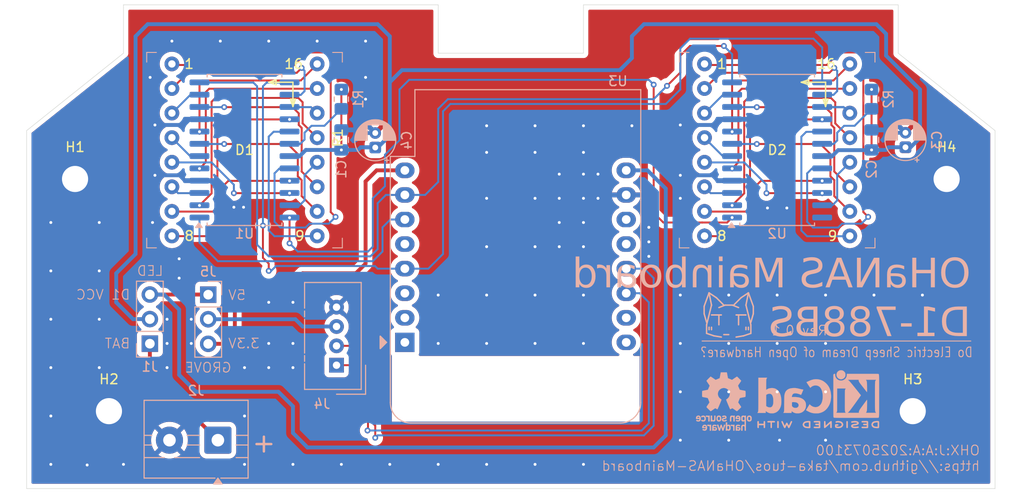
<source format=kicad_pcb>
(kicad_pcb (version 20241229) (generator "pcbnew") (generator_version "9.0")
  (layers (0 "F.Cu" signal) (2 "B.Cu" signal) (13 "F.Paste" user) (15 "B.Paste" user) (5 "F.SilkS" user "F.Silkscreen") (7 "B.SilkS" user "B.Silkscreen") (1 "F.Mask" user) (3 "B.Mask" user) (25 "Edge.Cuts" user))
  (net 0 "")
  (net 1 "GND")
  (net 2 "/D1.7")
  (net 3 "/D1.DP")
  (net 4 "/D1.6")
  (net 5 "/D1.A")
  (net 6 "/D1.3")
  (net 7 "/D1.E")
  (net 8 "/D1.4")
  (net 9 "/D1.D")
  (net 10 "/D1.G")
  (net 11 "/D1.C")
  (net 12 "/D1.5")
  (net 13 "/D1.2")
  (net 14 "/D1.1")
  (net 15 "/D1.B")
  (net 16 "/D1.F")
  (net 17 "/D1.0")
  (net 18 "/D2.DP")
  (net 19 "/D2.E")
  (net 20 "/D2.G")
  (net 21 "/D2.5")
  (net 22 "/D2.6")
  (net 23 "/D2.4")
  (net 24 "/D2.C")
  (net 25 "/D2.2")
  (net 26 "/D2.1")
  (net 27 "/D2.3")
  (net 28 "/D2.A")
  (net 29 "/D2.B")
  (net 30 "/D2.F")
  (net 31 "/D2.0")
  (net 32 "/D2.7")
  (net 33 "/D2.D")
  (net 34 "Net-(U1-ISET)")
  (net 35 "Net-(U2-ISET)")
  (net 36 "LOAD")
  (net 37 "Net-(U1-DOUT)")
  (net 38 "DIN")
  (net 39 "CLK")
  (net 41 "/SCL")
  (net 42 "VGROVE")
  (net 43 "/SDA")
  (net 44 "+3V3")
  (net 53 "VLED")
  (net 54 "VCC")
  (net 55 "VBAT")
  (footprint "akn_misc:LED_8x8_1.9MM_20x20MM" (layer "F.Cu") (at 60 95)
    (property "Reference" "D1")
    (property "Value" "788BS")
  )
  (footprint "MountingHole:MountingHole_2.7mm_M2.5_DIN965_Pad" (layer "F.Cu") (at 46 122)
    (property "Reference" "H2")
    (property "Value" "MountingHole_Pad")
  )
  (footprint "MountingHole:MountingHole_2.7mm_M2.5_DIN965_Pad" (layer "F.Cu") (at 132.5 98)
    (property "Reference" "H4")
    (property "Value" "MountingHole_Pad")
  )
  (footprint "MountingHole:MountingHole_2.7mm_M2.5_DIN965_Pad" (layer "F.Cu") (at 129 122)
    (property "Reference" "H3")
    (property "Value" "MountingHole_Pad")
  )
  (footprint "akn_misc:LED_8x8_1.9MM_20x20MM" (layer "F.Cu") (at 115 95)
    (property "Reference" "D2")
    (property "Value" "788BS")
  )
  (footprint "MountingHole:MountingHole_2.7mm_M2.5_DIN965_Pad" (layer "F.Cu") (at 42.5 98)
    (property "Reference" "H1")
    (property "Value" "MountingHole_Pad")
  )
  (footprint "Symbol:KiCad-Logo2_5mm_SilkScreen" (layer "B.Cu") (at 119.25 120.75 180)
    (property "Reference" "S2" (hide yes))
    (property "Value" "KiCAD" (hide yes))
  )
  (footprint "Capacitor_SMD:C_0805_2012Metric_Pad1.18x1.45mm_HandSolder" (layer "B.Cu") (at 124.75 93.9625 90)
    (property "Reference" "C2")
    (property "Value" "100n")
  )
  (footprint "Package_SO:SOIC-24W_7.5x15.4mm_P1.27mm" (layer "B.Cu") (at 60 95)
    (property "Reference" "U1")
    (property "Value" "MAX7219")
  )
  (footprint "Package_SO:SOIC-24W_7.5x15.4mm_P1.27mm" (layer "B.Cu") (at 115 95)
    (property "Reference" "U2")
    (property "Value" "MAX7219")
  )
  (footprint "Capacitor_SMD:C_0805_2012Metric_Pad1.18x1.45mm_HandSolder" (layer "B.Cu") (at 70 93.9625 90)
    (property "Reference" "C1")
    (property "Value" "100n")
  )
  (footprint "RF_Module:WEMOS_D1_mini_light" (layer "B.Cu") (at 76.555 114.89)
    (property "Reference" "U3")
    (property "Value" "WEMOS_D1_mini")
  )
  (footprint "Connector_PinHeader_2.54mm:PinHeader_1x03_P2.54mm_Vertical" (layer "B.Cu") (at 50.225 115.025)
    (property "Reference" "J1")
    (property "Value" "VLEDSEL")
  )
  (footprint "TerminalBlock:TerminalBlock_MaiXu_MX126-5.0-02P_1x02_P5.00mm" (layer "B.Cu") (at 57.25 125 180)
    (property "Reference" "J2")
    (property "Value" "VBAT")
  )
  (footprint "Symbol:OSHW-Logo_5.7x6mm_SilkScreen" (layer "B.Cu") (at 109.5 121 180)
    (property "Reference" "S1" (hide yes))
    (property "Value" "OSHW" (hide yes))
  )
  (footprint "Resistor_SMD:R_0805_2012Metric_Pad1.20x1.40mm_HandSolder" (layer "B.Cu") (at 70 89.75 -90)
    (property "Reference" "R1")
    (property "Value" "10k")
  )
  (footprint "Connector:NS-Tech_Grove_1x04_P2mm_Vertical" (layer "B.Cu") (at 69.5 117.25)
    (property "Reference" "J4")
    (property "Value" "Conn_01x04")
  )
  (footprint "Connector_PinHeader_2.54mm:PinHeader_1x03_P2.54mm_Vertical" (layer "B.Cu") (at 56.25 109.96 180)
    (property "Reference" "J5")
    (property "Value" "VGROVESEL")
  )
  (footprint "Capacitor_THT:CP_Radial_D4.0mm_P1.50mm" (layer "B.Cu") (at 128.25 94.7226 90)
    (property "Reference" "C3")
    (property "Value" "10u")
  )
  (footprint "Capacitor_THT:CP_Radial_D4.0mm_P1.50mm" (layer "B.Cu") (at 73.5 94.75 90)
    (property "Reference" "C4")
    (property "Value" "10u")
  )
  (footprint "Resistor_SMD:R_0805_2012Metric_Pad1.20x1.40mm_HandSolder" (layer "B.Cu") (at 124.75 89.75 -90)
    (property "Reference" "R2")
    (property "Value" "10k")
  )
  (footprint "Symbol_k:Kemono_Symbol" (layer "B.Cu") (at 110 112.5 180)
    (property "Reference" "S3" (hide yes))
    (property "Value" "Kemono")
  )
  (gr_line (start 125.1 105.12) (end 124.1 105.12) (stroke (width 0.1)) (layer "B.SilkS"))
  (gr_line (start 104.9 105.12) (end 104.9 104.12) (stroke (width 0.1)) (layer "B.SilkS"))
  (gr_line (start 125.1 84.92) (end 124.1 84.92) (stroke (width 0.1)) (layer "B.SilkS"))
  (gr_line (start 49.9 84.92) (end 50.9 84.92) (stroke (width 0.1)) (layer "B.SilkS"))
  (gr_line (start 70.1 84.92) (end 69.1 84.92) (stroke (width 0.1)) (layer "B.SilkS"))
  (gr_line (start 135 114.75) (end 107.25 114.75) (stroke (width 0.1)) (layer "B.SilkS"))
  (gr_line (start 104.9 105.12) (end 105.9 105.12) (stroke (width 0.1)) (layer "B.SilkS"))
  (gr_line (start 49.9 105.12) (end 49.9 104.12) (stroke (width 0.1)) (layer "B.SilkS"))
  (gr_line (start 70.1 105.12) (end 70.1 104.12) (stroke (width 0.1)) (layer "B.SilkS"))
  (gr_line (start 70.1 105.12) (end 69.1 105.12) (stroke (width 0.1)) (layer "B.SilkS"))
  (gr_line (start 104.9 84.92) (end 104.9 85.92) (stroke (width 0.1)) (layer "B.SilkS"))
  (gr_line (start 49.9 84.92) (end 49.9 85.92) (stroke (width 0.1)) (layer "B.SilkS"))
  (gr_line (start 125.1 84.92) (end 125.1 85.92) (stroke (width 0.1)) (layer "B.SilkS"))
  (gr_line (start 49.9 105.12) (end 50.9 105.12) (stroke (width 0.1)) (layer "B.SilkS"))
  (gr_line (start 125.1 105.12) (end 125.1 104.12) (stroke (width 0.1)) (layer "B.SilkS"))
  (gr_line (start 70.1 84.92) (end 70.1 85.92) (stroke (width 0.1)) (layer "B.SilkS"))
  (gr_line (start 104.9 84.92) (end 105.9 84.92) (stroke (width 0.1)) (layer "B.SilkS"))
  (gr_line (start 47.5 85) (end 37.5 93) (stroke (width 0.05)) (layer "Edge.Cuts"))
  (gr_line (start 47.5 80) (end 80 80) (stroke (width 0.05)) (layer "Edge.Cuts"))
  (gr_line (start 95 80) (end 95 85) (stroke (width 0.05)) (layer "Edge.Cuts"))
  (gr_line (start 95 80) (end 127.5 80) (stroke (width 0.05)) (layer "Edge.Cuts"))
  (gr_line (start 47.5 85) (end 47.5 80) (stroke (width 0.05)) (layer "Edge.Cuts"))
  (gr_line (start 95 85) (end 80 85) (stroke (width 0.05)) (layer "Edge.Cuts"))
  (gr_line (start 127.5 80) (end 127.5 85) (stroke (width 0.05)) (layer "Edge.Cuts"))
  (gr_line (start 137.5 93) (end 127.5 85) (stroke (width 0.05)) (layer "Edge.Cuts"))
  (gr_line (start 80 80) (end 80 85) (stroke (width 0.05)) (layer "Edge.Cuts"))
  (gr_line (start 137.5 130) (end 137.5 93) (stroke (width 0.05)) (layer "Edge.Cuts"))
  (gr_line (start 37.5 130) (end 137.5 130) (stroke (width 0.05)) (layer "Edge.Cuts"))
  (gr_line (start 37.5 93) (end 37.5 130) (stroke (width 0.05)) (layer "Edge.Cuts"))
  (gr_text "R1" (at 69.63 93.74 90) (layer "F.SilkS") (effects (font (size 1 1))))
  (gr_text "BAT" (at 48.25 115 0) (layer "B.SilkS") (effects (font (size 1 1) (thickness 0.1)) (justify left mirror)))
  (gr_text "GROVE" (at 56.25 117.5 0) (layer "B.SilkS") (effects (font (size 1 1) (thickness 0.1)) (justify mirror)))
  (gr_text "Rev 0.1" (at 120.25 114.25 0) (layer "B.SilkS") (effects (font (size 1 1) (thickness 0.1)) (justify left bottom mirror)))
  (gr_text "D1 VCC" (at 48.25 109.96 0) (layer "B.SilkS") (effects (font (size 1 1) (thickness 0.1)) (justify left mirror)))
  (gr_text "OHX:J:A:A:2025073100\nhttps://github.com/taka-tuos/OHaNAS-Mainboard" (at 136 128.25 0) (layer "B.SilkS") (effects (font (size 1 1) (thickness 0.1)) (justify left bottom mirror)))
  (gr_text "3.3V" (at 58.25 115 0) (layer "B.SilkS") (effects (font (size 1 1) (thickness 0.1)) (justify right mirror)))
  (gr_text "5V" (at 58.25 110 0) (layer "B.SilkS") (effects (font (size 1 1) (thickness 0.1)) (justify right mirror)))
  (gr_text "OHaNAS Mainboard\nD1-788BS" (at 135 114.75 0) (layer "B.SilkS") (effects (font (size 3 3) (thickness 0.1)) (justify left bottom mirror)))
  (gr_text "LED" (at 50.25 107.5 0) (layer "B.SilkS") (effects (font (size 1 1) (thickness 0.1)) (justify mirror)))
  (gr_text "Do Electric Sheep Dream of Open Hardware?" (at 135.25 116.5 0) (layer "B.SilkS") (effects (font (size 1 0.82) (thickness 0.1)) (justify left bottom mirror)))
  (gr_text "+" (at 62 125.25 0) (layer "B.SilkS") (effects (font (size 2 2) (thickness 0.25)) (justify mirror)))
  (via (at 80 115) (size 0.6) (drill 0.3) (layers "F.Cu" "B.Cu") (net 1))
  (via (at 65 110.75) (size 0.6) (drill 0.3) (layers "F.Cu" "B.Cu") (net 1))
  (via (at 95 95.25) (size 0.6) (drill 0.3) (layers "F.Cu" "B.Cu") (net 1))
  (via (at 92.5 105) (size 0.6) (drill 0.3) (layers "F.Cu" "B.Cu") (net 1))
  (via (at 75 127.5) (size 0.6) (drill 0.3) (layers "F.Cu" "B.Cu") (net 1))
  (via (at 90 105) (size 0.6) (drill 0.3) (layers "F.Cu" "B.Cu") (net 1))
  (via (at 101.75 106) (size 0.6) (drill 0.3) (layers "F.Cu" "B.Cu") (net 1))
  (via (at 95 115) (size 0.6) (drill 0.3) (layers "F.Cu" "B.Cu") (net 1))
  (via (at 95 110) (size 0.6) (drill 0.3) (layers "F.Cu" "B.Cu") (net 1))
  (via (at 105 110) (size 0.6) (drill 0.3) (layers "F.Cu" "B.Cu") (net 1))
  (via (at 90 115) (size 0.6) (drill 0.3) (layers "F.Cu" "B.Cu") (net 1))
  (via (at 92.5 100) (size 0.6) (drill 0.3) (layers "F.Cu" "B.Cu") (net 1))
  (via (at 50.75 97.62) (size 0.6) (drill 0.3) (layers "F.Cu" "B.Cu") (net 1))
  (via (at 110 115) (size 0.6) (drill 0.3) (layers "F.Cu" "B.Cu") (net 1))
  (via (at 62.5 115) (size 0.6) (drill 0.3) (layers "F.Cu" "B.Cu") (net 1))
  (via (at 90 127.5) (size 0.6) (drill 0.3) (layers "F.Cu" "B.Cu") (net 1))
  (via (at 60 127.5) (size 0.6) (drill 0.3) (layers "F.Cu" "B.Cu") (net 1))
  (via (at 53.25 106.25) (size 0.6) (drill 0.3) (layers "F.Cu" "B.Cu") (net 1))
  (via (at 85 100) (size 0.6) (drill 0.3) (layers "F.Cu" "B.Cu") (net 1))
  (via (at 85 115) (size 0.6) (drill 0.3) (layers "F.Cu" "B.Cu") (net 1))
  (via (at 45 107.5) (size 0.6) (drill 0.3) (layers "F.Cu" "B.Cu") (net 1))
  (via (at 105 115) (size 0.6) (drill 0.3) (layers "F.Cu" "B.Cu") (net 1))
  (via (at 95 100) (size 0.6) (drill 0.3) (layers "F.Cu" "B.Cu") (net 1))
  (via (at 96.5 100) (size 0.6) (drill 0.3) (layers "F.Cu" "B.Cu") (net 1))
  (via (at 92.5 97.5) (size 0.6) (drill 0.3) (layers "F.Cu" "B.Cu") (net 1))
  (via (at 100 92.5) (size 0.6) (drill 0.3) (layers "F.Cu" "B.Cu") (net 1))
  (via (at 95 97.5) (size 0.6) (drill 0.3) (layers "F.Cu" "B.Cu") (net 1))
  (via (at 85 92.5) (size 0.6) (drill 0.3) (layers "F.Cu" "B.Cu") (net 1))
  (via (at 130 110) (size 0.6) (drill 0.3) (layers "F.Cu" "B.Cu") (net 1))
  (via (at 52.5 83.75) (size 0.6) (drill 0.3) (layers "F.Cu" "B.Cu") (net 1))
  (via (at 85 127.5) (size 0.6) (drill 0.3) (layers "F.Cu" "B.Cu") (net 1))
  (via (at 72.5 83.75) (size 0.6) (drill 0.3) (layers "F.Cu" "B.Cu") (net 1))
  (via (at 62.5 110.75) (size 0.6) (drill 0.3) (layers "F.Cu" "B.Cu") (net 1))
  (via (at 90 92.5) (size 0.6) (drill 0.3) (layers "F.Cu" "B.Cu") (net 1))
  (via (at 90 95.25) (size 0.6) (drill 0.3) (layers "F.Cu" "B.Cu") (net 1))
  (via (at 53.25 108.25) (size 0.6) (drill 0.3) (layers "F.Cu" "B.Cu") (net 1))
  (via (at 115.25 125) (size 0.6) (drill 0.3) (layers "F.Cu" "B.Cu") (net 1))
  (via (at 59.9 100.92) (size 0.6) (drill 0.3) (layers "F.Cu" "B.Cu") (net 1))
  (via (at 50.5 102.5) (size 0.6) (drill 0.3) (layers "F.Cu" "B.Cu") (net 1))
  (via (at 85 105) (size 0.6) (drill 0.3) (layers "F.Cu" "B.Cu") (net 1))
  (via (at 40 127.5) (size 0.6) (drill 0.3) (layers "F.Cu" "B.Cu") (net 1))
  (via (at 58.9 100.92) (size 0.6) (drill 0.3) (layers "F.Cu" "B.Cu") (net 1))
  (via (at 40 107.5) (size 0.6) (drill 0.3) (layers "F.Cu" "B.Cu") (net 1))
  (via (at 115 120) (size 0.6) (drill 0.3) (layers "F.Cu" "B.Cu") (net 1))
  (via (at 70 127.5) (size 0.6) (drill 0.3) (layers "F.Cu" "B.Cu") (net 1))
  (via (at 105 125) (size 0.6) (drill 0.3) (layers "F.Cu" "B.Cu") (net 1))
  (via (at 115 115) (size 0.6) (drill 0.3) (layers "F.Cu" "B.Cu") (net 1))
  (via (at 110 120) (size 0.6) (drill 0.3) (layers "F.Cu" "B.Cu") (net 1))
  (via (at 60 122.5) (size 0.6) (drill 0.3) (layers "F.Cu" "B.Cu") (net 1))
  (via (at 45 117.5) (size 0.6) (drill 0.3) (layers "F.Cu" "B.Cu") (net 1))
  (via (at 105 97.62) (size 0.6) (drill 0.3) (layers "F.Cu" "B.Cu") (net 1))
  (via (at 105 92.42) (size 0.6) (drill 0.3) (layers "F.Cu" "B.Cu") (net 1))
  (via (at 52 115) (size 0.6) (drill 0.3) (layers "F.Cu" "B.Cu") (net 1))
  (via (at 115 110) (size 0.6) (drill 0.3) (layers "F.Cu" "B.Cu") (net 1))
  (via (at 45 102.5) (size 0.6) (drill 0.3) (layers "F.Cu" "B.Cu") (net 1))
  (via (at 80 127.5) (size 0.6) (drill 0.3) (layers "F.Cu" "B.Cu") (net 1))
  (via (at 120 125) (size 0.6) (drill 0.3) (layers "F.Cu" "B.Cu") (net 1))
  (via (at 114 101) (size 0.6) (drill 0.3) (layers "F.Cu" "B.Cu") (net 1))
  (via (at 43.75 127.56478) (size 0.6) (drill 0.3) (layers "F.Cu" "B.Cu") (net 1))
  (via (at 85 110) (size 0.6) (drill 0.3) (layers "F.Cu" "B.Cu") (net 1))
  (via (at 80 110) (size 0.6) (drill 0.3) (layers "F.Cu" "B.Cu") (net 1))
  (via (at 96.5 97.5) (size 0.6) (drill 0.3) (layers "F.Cu" "B.Cu") (net 1))
  (via (at 40 117.5) (size 0.6) (drill 0.3) (layers "F.Cu" "B.Cu") (net 1))
  (via (at 105 100) (size 0.6) (drill 0.3) (layers "F.Cu" "B.Cu") (net 1))
  (via (at 95 127.5) (size 0.6) (drill 0.3) (layers "F.Cu" "B.Cu") (net 1))
  (via (at 116 101) (size 0.6) (drill 0.3) (layers "F.Cu" "B.Cu") (net 1))
  (via (at 47.5 127.5) (size 0.6) (drill 0.3) (layers "F.Cu" "B.Cu") (net 1))
  (via (at 52 112.5) (size 0.6) (drill 0.3) (layers "F.Cu" "B.Cu") (net 1))
  (via (at 120 120) (size 0.6) (drill 0.3) (layers "F.Cu" "B.Cu") (net 1))
  (via (at 65 117.5) (size 0.6) (drill 0.3) (layers "F.Cu" "B.Cu") (net 1))
  (via (at 105 120) (size 0.6) (drill 0.3) (layers "F.Cu" "B.Cu") (net 1))
  (via (at 50.75 92.42) (size 0.6) (drill 0.3) (layers "F.Cu" "B.Cu") (net 1))
  (via (at 50.25 87.5) (size 0.6) (drill 0.3) (layers "F.Cu" "B.Cu") (net 1))
  (via (at 85 95.25) (size 0.6) (drill 0.3) (layers "F.Cu" "B.Cu") (net 1))
  (via (at 65 115) (size 0.6) (drill 0.3) (layers "F.Cu" "B.Cu") (net 1))
  (via (at 40 122.5) (size 0.6) (drill 0.3) (layers "F.Cu" "B.Cu") (net 1))
  (via (at 60 117.5) (size 0.6) (drill 0.3) (layers "F.Cu" "B.Cu") (net 1))
  (via (at 90 110) (size 0.6) (drill 0.3) (layers "F.Cu" "B.Cu") (net 1))
  (via (at 52 117.5) (size 0.6) (drill 0.3) (layers "F.Cu" "B.Cu") (net 1))
  (via (at 101.75 103) (size 0.6) (drill 0.3) (layers "F.Cu" "B.Cu") (net 1))
  (via (at 90 100) (size 0.6) (drill 0.3) (layers "F.Cu" "B.Cu") (net 1))
  (via (at 54.5 112.5) (size 0.6) (drill 0.3) (layers "F.Cu" "B.Cu") (net 1))
  (via (at 95 92.5) (size 0.6) (drill 0.3) (layers "F.Cu" "B.Cu") (net 1))
  (via (at 67.5 83.75) (size 0.6) (drill 0.3) (layers "F.Cu" "B.Cu") (net 1))
  (via (at 45 112.5) (size 0.6) (drill 0.3) (layers "F.Cu" "B.Cu") (net 1))
  (via (at 65 127.5) (size 0.6) (drill 0.3) (layers "F.Cu" "B.Cu") (net 1))
  (via (at 95 105) (size 0.6) (drill 0.3) (layers "F.Cu" "B.Cu") (net 1))
  (via (at 54.5 115) (size 0.6) (drill 0.3) (layers "F.Cu" "B.Cu") (net 1))
  (via (at 95 102.5) (size 0.6) (drill 0.3) (layers "F.Cu" "B.Cu") (net 1))
  (via (at 40 102.5) (size 0.6) (drill 0.3) (layers "F.Cu" "B.Cu") (net 1))
  (via (at 62.5 117.5) (size 0.6) (drill 0.3) (layers "F.Cu" "B.Cu") (net 1))
  (via (at 110 125) (size 0.6) (drill 0.3) (layers "F.Cu" "B.Cu") (net 1))
  (via (at 62.5 83.75) (size 0.6) (drill 0.3) (layers "F.Cu" "B.Cu") (net 1))
  (via (at 110 110) (size 0.6) (drill 0.3) (layers "F.Cu" "B.Cu") (net 1))
  (via (at 120 110) (size 0.6) (drill 0.3) (layers "F.Cu" "B.Cu") (net 1))
  (via (at 125 110) (size 0.6) (drill 0.3) (layers "F.Cu" "B.Cu") (net 1))
  (via (at 120 115) (size 0.6) (drill 0.3) (layers "F.Cu" "B.Cu") (net 1))
  (via (at 101.75 104.5) (size 0.6) (drill 0.3) (layers "F.Cu" "B.Cu") (net 1))
  (via (at 40 112.5) (size 0.6) (drill 0.3) (layers "F.Cu" "B.Cu") (net 1))
  (via (at 72.5 87.5) (size 0.6) (drill 0.3) (layers "F.Cu" "B.Cu") (net 1))
  (via (at 92.5 102.5) (size 0.6) (drill 0.3) (layers "F.Cu" "B.Cu") (net 1))
  (via (at 57.5 83.75) (size 0.6) (drill 0.3) (layers "F.Cu" "B.Cu") (net 1))
  (via (at 72.5 89.75) (size 0.6) (drill 0.3) (layers "F.Cu" "B.Cu") (net 1))
  (segment (start 108.9 98.195) (end 108.325 97.62) (width 0.4) (layer "B.Cu") (net 1))
  (segment (start 53.750001 92.42) (end 50.75 92.42) (width 0.4) (layer "B.Cu") (net 1))
  (segment (start 56.175 98.195) (end 56.475 98.195) (width 0.4) (layer "B.Cu") (net 1))
  (segment (start 108.750001 92.42) (end 105 92.42) (width 0.4) (layer "B.Cu") (net 1))
  (segment (start 110.35 91.845) (end 109.325001 91.845) (width 0.4) (layer "B.Cu") (net 1))
  (segment (start 55.35 91.845) (end 54.325001 91.845) (width 0.4) (layer "B.Cu") (net 1))
  (segment (start 50.75 92.42) (end 49.9 92.42) (width 0.4) (layer "B.Cu") (net 1))
  (segment (start 70 92.925) (end 71.7024 92.925) (width 0.4) (layer "B.Cu") (net 1))
  (segment (start 53.875 98.195) (end 53.3 97.62) (width 0.4) (layer "B.Cu") (net 1))
  (segment (start 58.9 100.62) (end 58.9 100.92) (width 0.4) (layer "B.Cu") (net 1))
  (segment (start 50.75 97.62) (end 49.9 97.62) (width 0.4) (layer "B.Cu") (net 1))
  (segment (start 71.7024 92.925) (end 72.0274 93.25) (width 0.4) (layer "B.Cu") (net 1))
  (segment (start 55.35 98.195) (end 53.875 98.195) (width 0.4) (layer "B.Cu") (net 1))
  (segment (start 124.75 92.925) (end 126.175 92.925) (width 0.4) (layer "B.Cu") (net 1))
  (segment (start 108.325 97.62) (end 105 97.62) (width 0.4) (layer "B.Cu") (net 1))
  (segment (start 126.4726 93.2226) (end 128.25 93.2226) (width 0.4) (layer "B.Cu") (net 1))
  (segment (start 105 92.42) (end 104.9 92.42) (width 0.4) (layer "B.Cu") (net 1))
  (segment (start 109.325001 91.845) (end 108.750001 92.42) (width 0.4) (layer "B.Cu") (net 1))
  (segment (start 105 97.62) (end 104.9 97.62) (width 0.4) (layer "B.Cu") (net 1))
  (segment (start 53.3 97.62) (end 50.75 97.62) (width 0.4) (layer "B.Cu") (net 1))
  (segment (start 126.175 92.925) (end 126.4726 93.2226) (width 0.4) (layer "B.Cu") (net 1))
  (segment (start 54.325001 91.845) (end 53.750001 92.42) (width 0.4) (layer "B.Cu") (net 1))
  (segment (start 110.35 98.195) (end 108.9 98.195) (width 0.4) (layer "B.Cu") (net 1))
  (segment (start 124.8625 92.745) (end 124.8 92.6825) (width 0.2) (layer "B.Cu") (net 1))
  (segment (start 72.0274 93.25) (end 73.5 93.25) (width 0.4) (layer "B.Cu") (net 1))
  (segment (start 55.35 98.195) (end 56.175 98.195) (width 0.2) (layer "B.Cu") (net 1))
  (segment (start 56.475 98.195) (end 58.9 100.62) (width 0.4) (layer "B.Cu") (net 1))
  (segment (start 55.65 87.82) (end 55.35 88.12) (width 0.2) (layer "F.Cu") (net 2))
  (segment (start 55.35 88.12) (end 55.35 93.115) (width 0.2) (layer "F.Cu") (net 2))
  (segment (start 67.5 86.13) (end 65.81 87.82) (width 0.2) (layer "F.Cu") (net 2))
  (segment (start 65.81 87.82) (end 55.65 87.82) (width 0.2) (layer "F.Cu") (net 2))
  (via (at 55.35 93.115) (size 0.6) (drill 0.3) (layers "F.Cu" "B.Cu") (net 2))
  (segment (start 58.9 99.465) (end 64.65 99.465) (width 0.2) (layer "F.Cu") (net 3))
  (via (at 58.9 99.465) (size 0.6) (drill 0.3) (layers "F.Cu" "B.Cu") (net 3))
  (via (at 64.65 99.465) (size 0.6) (drill 0.3) (layers "F.Cu" "B.Cu") (net 3))
  (segment (start 52.5 96.29) (end 56.595 96.29) (width 0.2) (layer "B.Cu") (net 3))
  (segment (start 56.595 96.29) (end 58.9 98.595) (width 0.2) (layer "B.Cu") (net 3))
  (segment (start 58.9 99.465) (end 58.9 98.595) (width 0.2) (layer "B.Cu") (net 3))
  (segment (start 56 89.02) (end 56 96.275) (width 0.2) (layer "F.Cu") (net 4))
  (segment (start 56 96.275) (end 55.35 96.925) (width 0.2) (layer "F.Cu") (net 4))
  (segment (start 56.35 88.67) (end 56 89.02) (width 0.2) (layer "F.Cu") (net 4))
  (segment (start 67.5 88.67) (end 56.35 88.67) (width 0.2) (layer "F.Cu") (net 4))
  (via (at 55.35 96.925) (size 0.6) (drill 0.3) (layers "F.Cu" "B.Cu") (net 4))
  (segment (start 65.4 87.02) (end 54.15 87.02) (width 0.2) (layer "F.Cu") (net 5))
  (segment (start 54.15 87.02) (end 52.5 88.67) (width 0.2) (layer "F.Cu") (net 5))
  (segment (start 65.9 86.52) (end 65.4 87.02) (width 0.2) (layer "F.Cu") (net 5))
  (via (at 65.9 86.52) (size 0.6) (drill 0.3) (layers "F.Cu" "B.Cu") (net 5))
  (segment (start 65.815 89.305) (end 66.2 88.92) (width 0.2) (layer "B.Cu") (net 5))
  (segment (start 66.2 88.92) (end 66.2 86.82) (width 0.2) (layer "B.Cu") (net 5))
  (segment (start 64.65 89.305) (end 65.815 89.305) (width 0.2) (layer "B.Cu") (net 5))
  (segment (start 66.2 86.82) (end 65.9 86.52) (width 0.2) (layer "B.Cu") (net 5))
  (segment (start 65.5 95.42) (end 65.5 97.72) (width 0.2) (layer "F.Cu") (net 6))
  (segment (start 65.9 99.77) (end 67.5 101.37) (width 0.2) (layer "F.Cu") (net 6))
  (segment (start 57.9 94.385) (end 64.465 94.385) (width 0.2) (layer "F.Cu") (net 6))
  (segment (start 64.465 94.385) (end 65.5 95.42) (width 0.2) (layer "F.Cu") (net 6))
  (segment (start 65.5 97.72) (end 65.9 98.12) (width 0.2) (layer "F.Cu") (net 6))
  (segment (start 65.9 98.12) (end 65.9 99.77) (width 0.2) (layer "F.Cu") (net 6))
  (via (at 57.9 94.385) (size 0.6) (drill 0.3) (layers "F.Cu" "B.Cu") (net 6))
  (segment (start 57.9 94.385) (end 55.35 94.385) (width 0.2) (layer "B.Cu") (net 6))
  (segment (start 57.8 103.42) (end 57.8 98.72) (width 0.2) (layer "F.Cu") (net 7))
  (segment (start 57.31 103.91) (end 57.8 103.42) (width 0.2) (layer "F.Cu") (net 7))
  (segment (start 58.325 98.195) (end 64.65 98.195) (width 0.2) (layer "F.Cu") (net 7))
  (segment (start 52.5 103.91) (end 57.31 103.91) (width 0.2) (layer "F.Cu") (net 7))
  (segment (start 57.8 98.72) (end 58.325 98.195) (width 0.2) (layer "F.Cu") (net 7))
  (via (at 64.65 98.195) (size 0.6) (drill 0.3) (layers "F.Cu" "B.Cu") (net 7))
  (segment (start 53.135 99.465) (end 52.5 98.83) (width 0.2) (layer "B.Cu") (net 8))
  (segment (start 55.35 99.465) (end 53.135 99.465) (width 0.2) (layer "B.Cu") (net 8))
  (segment (start 64.65 100.735) (end 65.674999 100.735) (width 0.2) (layer "B.Cu") (net 9))
  (segment (start 65.674999 100.735) (end 66.2 100.209999) (width 0.2) (layer "B.Cu") (net 9))
  (segment (start 64.65 100.715) (end 65.674999 100.715) (width 0.2) (layer "B.Cu") (net 9))
  (segment (start 66.2 97.59) (end 67.5 96.29) (width 0.2) (layer "B.Cu") (net 9))
  (segment (start 66.2 100.209999) (end 66.2 97.59) (width 0.2) (layer "B.Cu") (net 9))
  (segment (start 63.09 103.91) (end 62.5 103.32) (width 0.2) (layer "B.Cu") (net 10))
  (segment (start 67.5 103.91) (end 63.09 103.91) (width 0.2) (layer "B.Cu") (net 10))
  (segment (start 63.005 93.115) (end 64.65 93.115) (width 0.2) (layer "B.Cu") (net 10))
  (segment (start 62.5 103.32) (end 62.5 93.62) (width 0.2) (layer "B.Cu") (net 10))
  (segment (start 62.5 93.62) (end 63.005 93.115) (width 0.2) (layer "B.Cu") (net 10))
  (segment (start 52.59 86.22) (end 52.5 86.13) (width 0.2) (layer "F.Cu") (net 11))
  (segment (start 68.9 101.42) (end 68.9 85.42) (width 0.2) (layer "F.Cu") (net 11))
  (segment (start 68.9 85.42) (end 68.4 84.92) (width 0.2) (layer "F.Cu") (net 11))
  (segment (start 65.125736 86.22) (end 52.59 86.22) (width 0.2) (layer "F.Cu") (net 11))
  (segment (start 66.425736 84.92) (end 65.125736 86.22) (width 0.2) (layer "F.Cu") (net 11))
  (segment (start 69.4 101.92) (end 68.9 101.42) (width 0.2) (layer "F.Cu") (net 11))
  (segment (start 68.4 84.92) (end 66.425736 84.92) (width 0.2) (layer "F.Cu") (net 11))
  (via (at 69.4 101.92) (size 0.6) (drill 0.3) (layers "F.Cu" "B.Cu") (net 11))
  (segment (start 64.65 96.925) (end 63.595 96.925) (width 0.2) (layer "B.Cu") (net 11))
  (segment (start 66.7 102.62) (end 68.7 102.62) (width 0.2) (layer "B.Cu") (net 11))
  (segment (start 63.595 96.925) (end 63.1 97.42) (width 0.2) (layer "B.Cu") (net 11))
  (segment (start 66.3 103.02) (end 66.7 102.62) (width 0.2) (layer "B.Cu") (net 11))
  (segment (start 68.7 102.62) (end 69.4 101.92) (width 0.2) (layer "B.Cu") (net 11))
  (segment (start 63.1 102.42) (end 63.7 103.02) (width 0.2) (layer "B.Cu") (net 11))
  (segment (start 63.1 97.42) (end 63.1 102.42) (width 0.2) (layer "B.Cu") (net 11))
  (segment (start 63.7 103.02) (end 66.3 103.02) (width 0.2) (layer "B.Cu") (net 11))
  (segment (start 65.6 91.22) (end 65.6 92.415686) (width 0.2) (layer "F.Cu") (net 12))
  (segment (start 64.955 90.575) (end 65.6 91.22) (width 0.2) (layer "F.Cu") (net 12))
  (segment (start 65.9 92.715686) (end 65.9 97.23) (width 0.2) (layer "F.Cu") (net 12))
  (segment (start 65.9 97.23) (end 67.5 98.83) (width 0.2) (layer "F.Cu") (net 12))
  (segment (start 57.9 90.575) (end 64.955 90.575) (width 0.2) (layer "F.Cu") (net 12))
  (segment (start 65.6 92.415686) (end 65.9 92.715686) (width 0.2) (layer "F.Cu") (net 12))
  (via (at 57.9 90.575) (size 0.6) (drill 0.3) (layers "F.Cu" "B.Cu") (net 12))
  (segment (start 57.9 90.575) (end 55.35 90.575) (width 0.2) (layer "B.Cu") (net 12))
  (segment (start 54.405 95.655) (end 52.5 93.75) (width 0.2) (layer "B.Cu") (net 13))
  (segment (start 55.35 95.655) (end 54.405 95.655) (width 0.2) (layer "B.Cu") (net 13))
  (segment (start 52.5 91.21) (end 54.405 89.305) (width 0.2) (layer "B.Cu") (net 14))
  (segment (start 54.405 89.305) (end 55.35 89.305) (width 0.2) (layer "B.Cu") (net 14))
  (segment (start 57.875 91.845) (end 57.2 92.52) (width 0.2) (layer "F.Cu") (net 15))
  (segment (start 64.65 91.845) (end 57.875 91.845) (width 0.2) (layer "F.Cu") (net 15))
  (segment (start 57.2 92.52) (end 57.2 100.92) (width 0.2) (layer "F.Cu") (net 15))
  (segment (start 56.75 101.37) (end 52.5 101.37) (width 0.2) (layer "F.Cu") (net 15))
  (segment (start 57.2 100.92) (end 56.75 101.37) (width 0.2) (layer "F.Cu") (net 15))
  (via (at 64.65 91.845) (size 0.6) (drill 0.3) (layers "F.Cu" "B.Cu") (net 15))
  (segment (start 66.865 90.575) (end 67.5 91.21) (width 0.2) (layer "B.Cu") (net 16))
  (segment (start 64.65 90.575) (end 66.865 90.575) (width 0.2) (layer "B.Cu") (net 16))
  (segment (start 66 92.25) (end 66 90.07) (width 0.2) (layer "F.Cu") (net 17))
  (segment (start 57 89.62) (end 56.6 90.02) (width 0.2) (layer "F.Cu") (net 17))
  (segment (start 56.6 99.485) (end 55.35 100.735) (width 0.2) (layer "F.Cu") (net 17))
  (segment (start 66.97 93.75) (end 67.5 93.75) (width 0.2) (layer "F.Cu") (net 17))
  (segment (start 67.5 93.75) (end 66 92.25) (width 0.2) (layer "F.Cu") (net 17))
  (segment (start 56.6 90.02) (end 56.6 99.485) (width 0.2) (layer "F.Cu") (net 17))
  (segment (start 66 90.07) (end 65.55 89.62) (width 0.2) (layer "F.Cu") (net 17))
  (segment (start 65.55 89.62) (end 57 89.62) (width 0.2) (layer "F.Cu") (net 17))
  (via (at 55.35 100.735) (size 0.6) (drill 0.3) (layers "F.Cu" "B.Cu") (net 17))
  (segment (start 107.5 95.965) (end 107.5 96.29) (width 0.2) (layer "F.Cu") (net 18))
  (segment (start 113.9 99.465) (end 119.65 99.465) (width 0.2) (layer "F.Cu") (net 18))
  (via (at 113.9 99.465) (size 0.6) (drill 0.3) (layers "F.Cu" "B.Cu") (net 18))
  (via (at 119.65 99.465) (size 0.6) (drill 0.3) (layers "F.Cu" "B.Cu") (net 18))
  (segment (start 107.5 96.29) (end 111.595 96.29) (width 0.2) (layer "B.Cu") (net 18))
  (segment (start 113.9 99.465) (end 113.9 98.595) (width 0.2) (layer "B.Cu") (net 18))
  (segment (start 111.595 96.29) (end 113.9 98.595) (width 0.2) (layer "B.Cu") (net 18))
  (segment (start 112.8 98.72) (end 113.325 98.195) (width 0.2) (layer "F.Cu") (net 19))
  (segment (start 113.325 98.195) (end 119.65 98.195) (width 0.2) (layer "F.Cu") (net 19))
  (segment (start 112.8 103.42) (end 112.8 98.72) (width 0.2) (layer "F.Cu") (net 19))
  (segment (start 107.5 103.91) (end 112.31 103.91) (width 0.2) (layer "F.Cu") (net 19))
  (segment (start 112.31 103.91) (end 112.8 103.42) (width 0.2) (layer "F.Cu") (net 19))
  (via (at 119.65 98.195) (size 0.6) (drill 0.3) (layers "F.Cu" "B.Cu") (net 19))
  (segment (start 107.5 103.91) (end 107.5 103.189448) (width 0.2) (layer "B.Cu") (net 19))
  (segment (start 118.005 93.125) (end 119.65 93.125) (width 0.2) (layer "B.Cu") (net 20))
  (segment (start 118.09 103.92) (end 117.5 103.33) (width 0.2) (layer "B.Cu") (net 20))
  (segment (start 117.5 93.63) (end 118.005 93.125) (width 0.2) (layer "B.Cu") (net 20))
  (segment (start 122.5 103.92) (end 118.09 103.92) (width 0.2) (layer "B.Cu") (net 20))
  (segment (start 117.5 103.33) (end 117.5 93.63) (width 0.2) (layer "B.Cu") (net 20))
  (segment (start 120.6 92.415686) (end 120.9 92.715686) (width 0.2) (layer "F.Cu") (net 21))
  (segment (start 120.9 92.715686) (end 120.9 97.23) (width 0.2) (layer "F.Cu") (net 21))
  (segment (start 120.6 91.22) (end 120.6 92.415686) (width 0.2) (layer "F.Cu") (net 21))
  (segment (start 119.955 90.575) (end 120.6 91.22) (width 0.2) (layer "F.Cu") (net 21))
  (segment (start 120.9 97.23) (end 122.5 98.83) (width 0.2) (layer "F.Cu") (net 21))
  (segment (start 112.9 90.575) (end 119.955 90.575) (width 0.2) (layer "F.Cu") (net 21))
  (via (at 112.9 90.575) (size 0.6) (drill 0.3) (layers "F.Cu" "B.Cu") (net 21))
  (segment (start 112.9 90.575) (end 110.35 90.575) (width 0.2) (layer "B.Cu") (net 21))
  (segment (start 111 96.275) (end 110.35 96.925) (width 0.2) (layer "F.Cu") (net 22))
  (segment (start 111.35 88.67) (end 111 89.02) (width 0.2) (layer "F.Cu") (net 22))
  (segment (start 111 89.02) (end 111 96.275) (width 0.2) (layer "F.Cu") (net 22))
  (segment (start 122.5 88.67) (end 111.35 88.67) (width 0.2) (layer "F.Cu") (net 22))
  (via (at 110.35 96.925) (size 0.6) (drill 0.3) (layers "F.Cu" "B.Cu") (net 22))
  (segment (start 108.135 99.465) (end 107.5 98.83) (width 0.2) (layer "B.Cu") (net 23))
  (segment (start 110.35 99.465) (end 108.135 99.465) (width 0.2) (layer "B.Cu") (net 23))
  (segment (start 123.4 84.92) (end 121.425736 84.92) (width 0.2) (layer "F.Cu") (net 24))
  (segment (start 107.59 86.22) (end 107.5 86.13) (width 0.2) (layer "F.Cu") (net 24))
  (segment (start 124.4 101.92) (end 123.9 101.42) (width 0.2) (layer "F.Cu") (net 24))
  (segment (start 123.9 85.42) (end 123.4 84.92) (width 0.2) (layer "F.Cu") (net 24))
  (segment (start 121.425736 84.92) (end 120.125736 86.22) (width 0.2) (layer "F.Cu") (net 24))
  (segment (start 120.125736 86.22) (end 107.59 86.22) (width 0.2) (layer "F.Cu") (net 24))
  (segment (start 123.9 101.42) (end 123.9 85.42) (width 0.2) (layer "F.Cu") (net 24))
  (via (at 124.4 101.92) (size 0.6) (drill 0.3) (layers "F.Cu" "B.Cu") (net 24))
  (segment (start 123.7 102.62) (end 124.4 101.92) (width 0.2) (layer "B.Cu") (net 24))
  (segment (start 118.7 103.02) (end 121.3 103.02) (width 0.2) (layer "B.Cu") (net 24))
  (segment (start 118.595 96.925) (end 118.1 97.42) (width 0.2) (layer "B.Cu") (net 24))
  (segment (start 119.65 96.925) (end 118.595 96.925) (width 0.2) (layer "B.Cu") (net 24))
  (segment (start 121.7 102.62) (end 123.7 102.62) (width 0.2) (layer "B.Cu") (net 24))
  (segment (start 118.1 102.42) (end 118.7 103.02) (width 0.2) (layer "B.Cu") (net 24))
  (segment (start 121.3 103.02) (end 121.7 102.62) (width 0.2) (layer "B.Cu") (net 24))
  (segment (start 118.1 97.42) (end 118.1 102.42) (width 0.2) (layer "B.Cu") (net 24))
  (segment (start 110.35 95.655) (end 109.405 95.655) (width 0.2) (layer "B.Cu") (net 25))
  (segment (start 109.405 95.655) (end 107.5 93.75) (width 0.2) (layer "B.Cu") (net 25))
  (segment (start 109.405 89.305) (end 110.35 89.305) (width 0.2) (layer "B.Cu") (net 26))
  (segment (start 107.5 91.21) (end 109.405 89.305) (width 0.2) (layer "B.Cu") (net 26))
  (segment (start 120.5 97.72) (end 120.9 98.12) (width 0.2) (layer "F.Cu") (net 27))
  (segment (start 120.5 95.42) (end 120.5 97.72) (width 0.2) (layer "F.Cu") (net 27))
  (segment (start 119.465 94.385) (end 120.5 95.42) (width 0.2) (layer "F.Cu") (net 27))
  (segment (start 120.9 99.77) (end 122.5 101.37) (width 0.2) (layer "F.Cu") (net 27))
  (segment (start 120.9 98.12) (end 120.9 99.77) (width 0.2) (layer "F.Cu") (net 27))
  (segment (start 112.9 94.385) (end 119.465 94.385) (width 0.2) (layer "F.Cu") (net 27))
  (via (at 112.9 94.385) (size 0.6) (drill 0.3) (layers "F.Cu" "B.Cu") (net 27))
  (segment (start 112.9 94.385) (end 110.35 94.385) (width 0.2) (layer "B.Cu") (net 27))
  (segment (start 120.4 87.02) (end 109.15 87.02) (width 0.2) (layer "F.Cu") (net 28))
  (segment (start 109.15 87.02) (end 107.5 88.67) (width 0.2) (layer "F.Cu") (net 28))
  (segment (start 120.9 86.52) (end 120.4 87.02) (width 0.2) (layer "F.Cu") (net 28))
  (via (at 120.9 86.52) (size 0.6) (drill 0.3) (layers "F.Cu" "B.Cu") (net 28))
  (segment (start 120.815 89.305) (end 121.2 88.92) (width 0.2) (layer "B.Cu") (net 28))
  (segment (start 119.65 89.305) (end 120.815 89.305) (width 0.2) (layer "B.Cu") (net 28))
  (segment (start 121.2 88.92) (end 121.2 86.82) (width 0.2) (layer "B.Cu") (net 28))
  (segment (start 121.2 86.82) (end 120.9 86.52) (width 0.2) (layer "B.Cu") (net 28))
  (segment (start 112.2 100.92) (end 111.75 101.37) (width 0.2) (layer "F.Cu") (net 29))
  (segment (start 112.2 92.52) (end 112.2 100.92) (width 0.2) (layer "F.Cu") (net 29))
  (segment (start 111.75 101.37) (end 107.5 101.37) (width 0.2) (layer "F.Cu") (net 29))
  (segment (start 112.875 91.845) (end 112.2 92.52) (width 0.2) (layer "F.Cu") (net 29))
  (segment (start 119.65 91.845) (end 112.875 91.845) (width 0.2) (layer "F.Cu") (net 29))
  (via (at 119.65 91.845) (size 0.6) (drill 0.3) (layers "F.Cu" "B.Cu") (net 29))
  (segment (start 121.865 90.575) (end 122.5 91.21) (width 0.2) (layer "B.Cu") (net 30))
  (segment (start 119.65 90.575) (end 121.865 90.575) (width 0.2) (layer "B.Cu") (net 30))
  (segment (start 119.65 90.575) (end 121.865 90.575) (width 0.2) (layer "B.Cu") (net 30))
  (segment (start 121.865 90.575) (end 122.5 91.21) (width 0.2) (layer "B.Cu") (net 30))
  (segment (start 122.021471 93.75) (end 122.5 93.75) (width 0.2) (layer "F.Cu") (net 31))
  (segment (start 121 90.07) (end 120.55 89.62) (width 0.2) (layer "F.Cu") (net 31))
  (segment (start 121 92.25) (end 121 90.07) (width 0.2) (layer "F.Cu") (net 31))
  (segment (start 111.6 99.485) (end 110.35 100.735) (width 0.2) (layer "F.Cu") (net 31))
  (segment (start 120.55 89.62) (end 112 89.62) (width 0.2) (layer "F.Cu") (net 31))
  (segment (start 122.5 93.75) (end 121 92.25) (width 0.2) (layer "F.Cu") (net 31))
  (segment (start 111.6 90.02) (end 111.6 99.485) (width 0.2) (layer "F.Cu") (net 31))
  (segment (start 112 89.62) (end 111.6 90.02) (width 0.2) (layer "F.Cu") (net 31))
  (via (at 110.35 100.735) (size 0.6) (drill 0.3) (layers "F.Cu" "B.Cu") (net 31))
  (segment (start 122.5 86.13) (end 120.81 87.82) (width 0.2) (layer "F.Cu") (net 32))
  (segment (start 120.81 87.82) (end 110.65 87.82) (width 0.2) (layer "F.Cu") (net 32))
  (segment (start 110.35 88.12) (end 110.35 93.115) (width 0.2) (layer "F.Cu") (net 32))
  (segment (start 110.65 87.82) (end 110.35 88.12) (width 0.2) (layer "F.Cu") (net 32))
  (segment (start 122.5 86.13) (end 122.49 86.12) (width 0.2) (layer "F.Cu") (net 32))
  (via (at 110.35 93.115) (size 0.6) (drill 0.3) (layers "F.Cu" "B.Cu") (net 32))
  (segment (start 121.2 100.22) (end 121.2 97.59) (width 0.2) (layer "B.Cu") (net 33))
  (segment (start 121.2 97.59) (end 122.5 96.29) (width 0.2) (layer "B.Cu") (net 33))
  (segment (start 119.65 100.735) (end 120.685 100.735) (width 0.2) (layer "B.Cu") (net 33))
  (segment (start 120.685 100.735) (end 121.2 100.22) (width 0.2) (layer "B.Cu") (net 33))
  (segment (start 66.2 93.92) (end 66.2 93.22) (width 0.2) (layer "B.Cu") (net 34))
  (segment (start 68.25 92.5) (end 70 90.75) (width 0.2) (layer "B.Cu") (net 34))
  (segment (start 66.92 92.5) (end 68.25 92.5) (width 0.2) (layer "B.Cu") (net 34))
  (segment (start 64.65 94.385) (end 65.735 94.385) (width 0.2) (layer "B.Cu") (net 34))
  (segment (start 66.2 93.22) (end 66.92 92.5) (width 0.2) (layer "B.Cu") (net 34))
  (segment (start 65.735 94.385) (end 66.2 93.92) (width 0.2) (layer "B.Cu") (net 34))
  (segment (start 120.835 94.385) (end 121.2 94.02) (width 0.2) (layer "B.Cu") (net 35))
  (segment (start 119.65 94.385) (end 120.835 94.385) (width 0.2) (layer "B.Cu") (net 35))
  (segment (start 121.92 92.5) (end 123 92.5) (width 0.2) (layer "B.Cu") (net 35))
  (segment (start 121.2 94.02) (end 121.2 93.22) (width 0.2) (layer "B.Cu") (net 35))
  (segment (start 123 92.5) (end 124.75 90.75) (width 0.2) (layer "B.Cu") (net 35))
  (segment (start 121.2 93.22) (end 121.92 92.5) (width 0.2) (layer "B.Cu") (net 35))
  (segment (start 106 84.25) (end 109.5 84.25) (width 0.2) (layer "F.Cu") (net 36))
  (segment (start 103.625 88.375) (end 105 87) (width 0.2) (layer "F.Cu") (net 36))
  (segment (start 105 87) (end 105 85.25) (width 0.2) (layer "F.Cu") (net 36))
  (segment (start 105 85.25) (end 106 84.25) (width 0.2) (layer "F.Cu") (net 36))
  (via (at 103.625 88.375) (size 0.6) (drill 0.3) (layers "F.Cu" "B.Cu") (net 36))
  (via (at 109.5 84.25) (size 0.6) (drill 0.3) (layers "F.Cu" "B.Cu") (net 36))
  (segment (start 61.3 104.8) (end 62.5 106) (width 0.2) (layer "B.Cu") (net 36))
  (segment (start 60.915 88.035) (end 61.3 88.42) (width 0.2) (layer "B.Cu") (net 36))
  (segment (start 81 89.75) (end 80 90.75) (width 0.2) (layer "B.Cu") (net 36))
  (segment (start 60.915 88.035) (end 55.35 88.035) (width 0.2) (layer "B.Cu") (net 36))
  (segment (start 73.75 100.5) (end 74.6 99.65) (width 0.2) (layer "B.Cu") (net 36))
  (segment (start 80 90.75) (end 80 98.3) (width 0.2) (layer "B.Cu") (net 36))
  (segment (start 110.35 88.015) (end 110.35 85.1) (width 0.2) (layer "B.Cu") (net 36))
  (segment (start 61.3 88.42) (end 61.3 104.8) (width 0.2) (layer "B.Cu") (net 36))
  (segment (start 80 98.3) (end 78.65 99.65) (width 0.2) (layer "B.Cu") (net 36))
  (segment (start 102.25 89.75) (end 81 89.75) (width 0.2) (layer "B.Cu") (net 36))
  (segment (start 73 106) (end 73.75 105.25) (width 0.2) (layer "B.Cu") (net 36))
  (segment (start 110.35 85.1) (end 109.5 84.25) (width 0.2) (layer "B.Cu") (net 36))
  (segment (start 73.75 105.25) (end 73.75 100.5) (width 0.2) (layer "B.Cu") (net 36))
  (segment (start 103.625 88.375) (end 102.25 89.75) (width 0.2) (layer "B.Cu") (net 36))
  (segment (start 78.65 99.65) (end 76.555 99.65) (width 0.2) (layer "B.Cu") (net 36))
  (segment (start 74.6 99.65) (end 76.555 99.65) (width 0.2) (layer "B.Cu") (net 36))
  (segment (start 62.5 106) (end 73 106) (width 0.2) (layer "B.Cu") (net 36))
  (segment (start 102.25 101.5) (end 103.25 102.5) (width 0.2) (layer "F.Cu") (net 37))
  (segment (start 109.835 102.5) (end 107.25 102.5) (width 0.2) (layer "F.Cu") (net 37))
  (segment (start 110.35 101.985) (end 109.835 102.5) (width 0.2) (layer "F.Cu") (net 37))
  (segment (start 64.65 102.005) (end 64.65 104.65) (width 0.2) (layer "F.Cu") (net 37))
  (segment (start 102.25 88.25) (end 102.25 101.5) (width 0.2) (layer "F.Cu") (net 37))
  (segment (start 103.25 102.5) (end 107.25 102.5) (width 0.2) (layer "F.Cu") (net 37))
  (via (at 64.65 102.005) (size 0.6) (drill 0.3) (layers "F.Cu" "B.Cu") (net 37))
  (via (at 64.65 104.65) (size 0.6) (drill 0.3) (layers "F.Cu" "B.Cu") (net 37))
  (via (at 102.25 88.25) (size 0.6) (drill 0.3) (layers "F.Cu" "B.Cu") (net 37))
  (via (at 110.35 101.985) (size 0.6) (drill 0.3) (layers "F.Cu" "B.Cu") (net 37))
  (segment (start 72.75 105.5) (end 73.25 105) (width 0.2) (layer "B.Cu") (net 37))
  (segment (start 73.25 100) (end 74.5 98.75) (width 0.2) (layer "B.Cu") (net 37))
  (segment (start 74.5 95.5) (end 76 94) (width 0.2) (layer "B.Cu") (net 37))
  (segment (start 77 87.75) (end 101.75 87.75) (width 0.2) (layer "B.Cu") (net 37))
  (segment (start 73.25 105) (end 73.25 100) (width 0.2) (layer "B.Cu") (net 37))
  (segment (start 76 94) (end 76 88.75) (width 0.2) (layer "B.Cu") (net 37))
  (segment (start 76 88.75) (end 77 87.75) (width 0.2) (layer "B.Cu") (net 37))
  (segment (start 74.5 98.75) (end 74.5 95.5) (width 0.2) (layer "B.Cu") (net 37))
  (segment (start 65.5 105.5) (end 72.75 105.5) (width 0.2) (layer "B.Cu") (net 37))
  (segment (start 64.65 104.65) (end 65.5 105.5) (width 0.2) (layer "B.Cu") (net 37))
  (segment (start 101.75 87.75) (end 102.25 88.25) (width 0.2) (layer "B.Cu") (net 37))
  (segment (start 75.06 102.19) (end 76.555 102.19) (width 0.2) (layer "B.Cu") (net 38))
  (segment (start 57.25 106.5) (end 73.25 106.5) (width 0.2) (layer "B.Cu") (net 38))
  (segment (start 74.25 105.5) (end 74.25 103) (width 0.2) (layer "B.Cu") (net 38))
  (segment (start 55.35 102.005) (end 55.35 104.6) (width 0.2) (layer "B.Cu") (net 38))
  (segment (start 55.35 104.6) (end 57.25 106.5) (width 0.2) (layer "B.Cu") (net 38))
  (segment (start 73.25 106.5) (end 74.25 105.5) (width 0.2) (layer "B.Cu") (net 38))
  (segment (start 74.25 103) (end 75.06 102.19) (width 0.2) (layer "B.Cu") (net 38))
  (segment (start 61.9 106.15) (end 61.9 102.82) (width 0.2) (layer "F.Cu") (net 39))
  (segment (start 62.5 106.75) (end 61.9 106.15) (width 0.2) (layer "F.Cu") (net 39))
  (segment (start 62.5 107.5) (end 62.5 106.75) (width 0.2) (layer "F.Cu") (net 39))
  (via (at 62.5 107.5) (size 0.6) (drill 0.3) (layers "F.Cu" "B.Cu") (net 39))
  (via (at 61.9 102.82) (size 0.6) (drill 0.3) (layers "F.Cu" "B.Cu") (net 39))
  (segment (start 62.75 107.5) (end 63.25 107) (width 0.2) (layer "B.Cu") (net 39))
  (segment (start 78.98 107.27) (end 80.5 105.75) (width 0.2) (layer "B.Cu") (net 39))
  (segment (start 62.285 88.035) (end 62.3 88.035) (width 0.2) (layer "B.Cu") (net 39))
  (segment (start 61.9 102.82) (end 61.9 88.42) (width 0.2) (layer "B.Cu") (net 39))
  (segment (start 106 83.5) (end 118.75 83.5) (width 0.2) (layer "B.Cu") (net 39))
  (segment (start 80.5 105.75) (end 80.5 91) (width 0.2) (layer "B.Cu") (net 39))
  (segment (start 61.9 88.42) (end 62.285 88.035) (width 0.2) (layer "B.Cu") (net 39))
  (segment (start 105 88.75) (end 105 84.5) (width 0.2) (layer "B.Cu") (net 39))
  (segment (start 103.5 90.25) (end 105 88.75) (width 0.2) (layer "B.Cu") (net 39))
  (segment (start 119.65 84.4) (end 119.65 88.015) (width 0.2) (layer "B.Cu") (net 39))
  (segment (start 76.555 107.27) (end 78.98 107.27) (width 0.2) (layer "B.Cu") (net 39))
  (segment (start 73.48 107) (end 73.75 107.27) (width 0.2) (layer "B.Cu") (net 39))
  (segment (start 62.5 107.5) (end 62.75 107.5) (width 0.2) (layer "B.Cu") (net 39))
  (segment (start 118.75 83.5) (end 119.65 84.4) (width 0.2) (layer "B.Cu") (net 39))
  (segment (start 105 84.5) (end 106 83.5) (width 0.2) (layer "B.Cu") (net 39))
  (segment (start 81.25 90.25) (end 103.5 90.25) (width 0.2) (layer "B.Cu") (net 39))
  (segment (start 62.3 88.035) (end 65.363105 88.035) (width 0.2) (layer "B.Cu") (net 39))
  (segment (start 80.5 91) (end 81.25 90.25) (width 0.2) (layer "B.Cu") (net 39))
  (segment (start 63.25 107) (end 73.48 107) (width 0.2) (layer "B.Cu") (net 39))
  (segment (start 73.75 107.27) (end 76.555 107.27) (width 0.2) (layer "B.Cu") (net 39))
  (segment (start 72.75 118.25) (end 71.75 117.25) (width 0.2) (layer "F.Cu") (net 41))
  (segment (start 72.699997 124) (end 72.75 123.949997) (width 0.2) (layer "F.Cu") (net 41))
  (segment (start 72.75 123.949997) (end 72.75 118.25) (width 0.2) (layer "F.Cu") (net 41))
  (segment (start 71.75 117.25) (end 69.5 117.25) (width 0.2) (layer "F.Cu") (net 41))
  (via (at 72.699997 124) (size 0.6) (drill 0.3) (layers "F.Cu" "B.Cu") (net 41))
  (segment (start 101 124) (end 101.75 123.25) (width 0.2) (layer "B.Cu") (net 41))
  (segment (start 100.81 109.81) (end 99.415 109.81) (width 0.2) (layer "B.Cu") (net 41))
  (segment (start 101.75 110.75) (end 100.81 109.81) (width 0.2) (layer "B.Cu") (net 41))
  (segment (start 72.699997 124) (end 101 124) (width 0.2) (layer "B.Cu") (net 41))
  (segment (start 101.75 123.25) (end 101.75 110.75) (width 0.2) (layer "B.Cu") (net 41))
  (segment (start 56.25 112.5) (end 65.25 112.5) (width 0.4) (layer "B.Cu") (net 42))
  (segment (start 65.25 112.5) (end 66 113.25) (width 0.4) (layer "B.Cu") (net 42))
  (segment (start 66 113.25) (end 69.5 113.25) (width 0.4) (layer "B.Cu") (net 42))
  (segment (start 73.25 123.25) (end 73.25 116) (width 0.2) (layer "F.Cu") (net 43))
  (segment (start 73.25 116) (end 72.5 115.25) (width 0.2) (layer "F.Cu") (net 43))
  (segment (start 72.5 115.25) (end 69.5 115.25) (width 0.2) (layer "F.Cu") (net 43))
  (segment (start 73.5 124.75) (end 73.5 123.5) (width 0.2) (layer "F.Cu") (net 43))
  (segment (start 73.5 123.5) (end 73.25 123.25) (width 0.2) (layer "F.Cu") (net 43))
  (via (at 73.5 124.75) (size 0.6) (drill 0.3) (layers "F.Cu" "B.Cu") (net 43))
  (segment (start 101.25 124.5) (end 102.25 123.5) (width 0.2) (layer "B.Cu") (net 43))
  (segment (start 102.25 108.25) (end 101.27 107.27) (width 0.2) (layer "B.Cu") (net 43))
  (segment (start 73.5 124.75) (end 73.75 124.5) (width 0.2) (layer "B.Cu") (net 43))
  (segment (start 101.27 107.27) (end 99.415 107.27) (width 0.2) (layer "B.Cu") (net 43))
  (segment (start 102.25 123.5) (end 102.25 108.25) (width 0.2) (layer "B.Cu") (net 43))
  (segment (start 73.75 124.5) (end 101.25 124.5) (width 0.2) (layer "B.Cu") (net 43))
  (segment (start 71.5 107.75) (end 72.5 106.75) (width 0.4) (layer "F.Cu") (net 44))
  (segment (start 56.25 115.04) (end 57.96 115.04) (width 0.4) (layer "F.Cu") (net 44))
  (segment (start 57.96 115.04) (end 59 114) (width 0.4) (layer "F.Cu") (net 44))
  (segment (start 59 114) (end 59 110.25) (width 0.4) (layer "F.Cu") (net 44))
  (segment (start 72.5 98.25) (end 73.64 97.11) (width 0.4) (layer "F.Cu") (net 44))
  (segment (start 66 107.75) (end 71.5 107.75) (width 0.4) (layer "F.Cu") (net 44))
  (segment (start 64.75 109) (end 66 107.75) (width 0.4) (layer "F.Cu") (net 44))
  (segment (start 59 110.25) (end 60.25 109) (width 0.4) (layer "F.Cu") (net 44))
  (segment (start 72.5 106.75) (end 72.5 98.25) (width 0.4) (layer "F.Cu") (net 44))
  (segment (start 60.25 109) (end 64.75 109) (width 0.4) (layer "F.Cu") (net 44))
  (segment (start 73.64 97.11) (end 76.555 97.11) (width 0.4) (layer "F.Cu") (net 44))
  (segment (start 70 88.75) (end 70 95) (width 0.2) (layer "F.Cu") (net 53))
  (segment (start 124.75 88.75) (end 124.75 95) (width 0.2) (layer "F.Cu") (net 53))
  (via (at 70 88.75) (size 0.6) (drill 0.3) (layers "F.Cu" "B.Cu") (net 53))
  (via (at 124.75 95) (size 0.6) (drill 0.3) (layers "F.Cu" "B.Cu") (net 53))
  (via (at 124.75 88.75) (size 0.6) (drill 0.3) (layers "F.Cu" "B.Cu") (net 53))
  (via (at 70 95) (size 0.6) (drill 0.3) (layers "F.Cu" "B.Cu") (net 53))
  (segment (start 72 94.7226) (end 73.7774 94.7226) (width 0.4) (layer "B.Cu") (net 53))
  (segment (start 72 94.7226) (end 73 94.7226) (width 0.4) (layer "B.Cu") (net 53))
  (segment (start 75 93.5) (end 75 88) (width 0.4) (layer "B.Cu") (net 53))
  (segment (start 50 82) (end 48.75 83.25) (width 0.4) (layer "B.Cu") (net 53))
  (segment (start 125.25 82) (end 126.25 83) (width 0.4) (layer "B.Cu") (net 53))
  (segment (start 48.75 83.25) (end 48.75 105.75) (width 0.4) (layer "B.Cu") (net 53))
  (segment (start 70 95) (end 71.7226 95) (width 0.4) (layer "B.Cu") (net 53))
  (segment (start 66.329999 95) (end 65.674999 95.655) (width 0.4) (layer "B.Cu") (net 53))
  (segment (start 48.485 112.485) (end 50.225 112.485) (width 0.4) (layer "B.Cu") (net 53))
  (segment (start 46.75 110.75) (end 48.485 112.485) (width 0.4) (layer "B.Cu") (net 53))
  (segment (start 100 85.5) (end 100 83.25) (width 0.4) (layer "B.Cu") (net 53))
  (segment (start 126.25 83) (end 126.25 85.25) (width 0.4) (layer "B.Cu") (net 53))
  (segment (start 120.665 95.655) (end 121.3 95.02) (width 0.4) (layer "B.Cu") (net 53))
  (segment (start 46.75 107.75) (end 46.75 110.75) (width 0.4) (layer "B.Cu") (net 53))
  (segment (start 101.25 82) (end 125.25 82) (width 0.4) (layer "B.Cu") (net 53))
  (segment (start 71.7226 95) (end 72 94.7226) (width 0.4) (layer "B.Cu") (net 53))
  (segment (start 48.75 105.75) (end 46.75 107.75) (width 0.4) (layer "B.Cu") (net 53))
  (segment (start 70 95) (end 66.329999 95) (width 0.4) (layer "B.Cu") (net 53))
  (segment (start 121.3 95.02) (end 124.5375 95.02) (width 0.4) (layer "B.Cu") (net 53))
  (segment (start 73.75 82) (end 50 82) (width 0.4) (layer "B.Cu") (net 53))
  (segment (start 100 83.25) (end 101.25 82) (width 0.4) (layer "B.Cu") (net 53))
  (segment (start 129.75 88.75) (end 129.75 93.75) (width 0.4) (layer "B.Cu") (net 53))
  (segment (start 129.75 93.75) (end 128.7774 94.7226) (width 0.4) (layer "B.Cu") (net 53))
  (segment (start 126.2226 95) (end 124.75 95) (width 0.4) (layer "B.Cu") (net 53))
  (segment (start 75 83.25) (end 73.75 82) (width 0.4) (layer "B.Cu") (net 53))
  (segment (start 75 88) (end 76.25 86.75) (width 0.4) (layer "B.Cu") (net 53))
  (segment (start 126.25 85.25) (end 129.75 88.75) (width 0.4) (layer "B.Cu") (net 53))
  (segment (start 128.7774 94.7226) (end 128.25 94.7226) (width 0.4) (layer "B.Cu") (net 53))
  (segment (start 119.65 95.655) (end 120.665 95.655) (width 0.4) (layer "B.Cu") (net 53))
  (segment (start 75 88) (end 75 83.25) (width 0.4) (layer "B.Cu") (net 53))
  (segment (start 73.7774 94.7226) (end 75 93.5) (width 0.4) (layer "B.Cu") (net 53))
  (segment (start 76.25 86.75) (end 98.75 86.75) (width 0.4) (layer "B.Cu") (net 53))
  (segment (start 126.5 94.7226) (end 126.2226 95) (width 0.4) (layer "B.Cu") (net 53))
  (segment (start 98.75 86.75) (end 100 85.5) (width 0.4) (layer "B.Cu") (net 53))
  (segment (start 128.25 94.7226) (end 126.5 94.7226) (width 0.4) (layer "B.Cu") (net 53))
  (segment (start 65.674999 95.655) (end 64.65 95.655) (width 0.4) (layer "B.Cu") (net 53))
  (segment (start 50.225 109.945) (end 56.235 109.945) (width 0.4) (layer "F.Cu") (net 54))
  (segment (start 56.235 109.945) (end 56.25 109.96) (width 0.4) (layer "F.Cu") (net 54))
  (segment (start 103.5 124.5) (end 103.5 99) (width 0.4) (layer "B.Cu") (net 54))
  (segment (start 102.25 125.75) (end 103.5 124.5) (width 0.4) (layer "B.Cu") (net 54))
  (segment (start 65 121.5) (end 65 124.25) (width 0.4) (layer "B.Cu") (net 54))
  (segment (start 56.235 109.945) (end 56.25 109.96) (width 0.2) (layer "B.Cu") (net 54))
  (segment (start 66.5 125.75) (end 102.25 125.75) (width 0.4) (layer "B.Cu") (net 54))
  (segment (start 55 120) (end 63.5 120) (width 0.4) (layer "B.Cu") (net 54))
  (segment (start 50.225 109.945) (end 51.695 109.945) (width 0.4) (layer "B.Cu") (net 54))
  (segment (start 51.695 109.945) (end 53.25 111.5) (width 0.4) (layer "B.Cu") (net 54))
  (segment (start 103.5 99) (end 101.61 97.11) (width 0.4) (layer "B.Cu") (net 54))
  (segment (start 53.25 118.25) (end 55 120) (width 0.4) (layer "B.Cu") (net 54))
  (segment (start 63.5 120) (end 65 121.5) (width 0.4) (layer "B.Cu") (net 54))
  (segment (start 65 124.25) (end 66.5 125.75) (width 0.4) (layer "B.Cu") (net 54))
  (segment (start 101.61 97.11) (end 99.415 97.11) (width 0.4) (layer "B.Cu") (net 54))
  (segment (start 53.25 111.5) (end 53.25 118.25) (width 0.4) (layer "B.Cu") (net 54))
  (segment (start 50.225 117.975) (end 57.25 125) (width 0.4) (layer "F.Cu") (net 55))
  (segment (start 50.225 115.025) (end 50.225 117.975) (width 0.4) (layer "F.Cu") (net 55))
  (segment (start 57.25 125) (end 57.5 125) (width 0.4) (layer "B.Cu") (net 55))
  (zone (net 1) (net_name "GND") (layers "F.Cu" "B.Cu") (connect_pads (clearance 0.5)) (min_thickness 0.25) (fill yes (thermal_gap 0.5) (thermal_bridge_width 0.5))
    (polygon (pts (xy 34.75 130.25) (xy 140.25 130.25) (xy 140.5 94.75) (xy 127.75 84.75) (xy 127.75 79.75) (xy 47.25 79.5) (xy 47.25 84.75) (xy 34.75 94.75)))
  )
)
</source>
